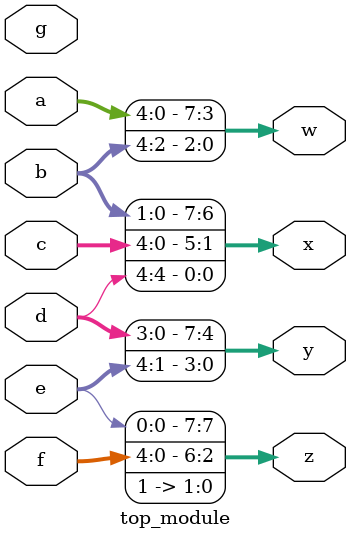
<source format=v>
module top_module (a,b,c,d,e,f,g,w,x,y,z);
    input [4:0] a,b,c,d,e,f,g;
    output [7:0] w,x,y,z;

    assign w = { a , b[4:2] };
    assign x = { b[1:0] , c , d[4] };
    assign y = { d[3:0] , e[4:1] };
    assign z = { e[0] , f , 2'b11};
endmodule

</source>
